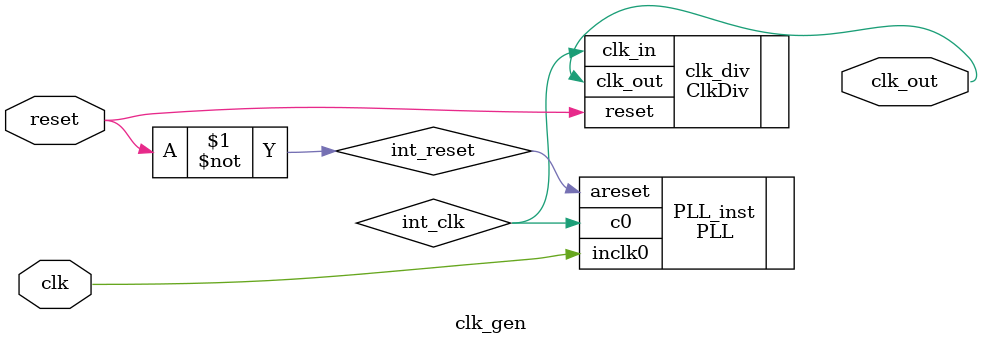
<source format=v>
/******************************************************************* 
* Name:
*	clk_gen.v
* Description:
* 	This module is a register with parameter.
*   -Modified to have enable signal. (01/09/18)
* Inputs:
*	clk: Clock signal 
*  reset: Reset signal
*	Data_Input: Data to register 
*	enable: Enable input
* Outputs:
* 	Data_Output: Data to provide lached data
* Versión:  
*	1.1
* Author: 
*	José Antonio Rodríguez Castañeda   md193781
* Date: 
*	V1.0       22/11/2018
* 
*********************************************************************/

 module clk_gen
 (
	// Input Ports
	input clk,
	input reset,

	output clk_out
);

wire int_clk;
wire int_reset;

assign int_reset = ~reset;

PLL	PLL_inst (
	.areset ( int_reset ),
	.inclk0 ( clk),
	.c0 ( int_clk )
	);

	

ClkDiv
#(
	.FREQUENCY(153_846),
	.REFERENCE_CLOCK (16_000_000),
	.NBITS(32)
) 
clk_div			   	//Multiplier shift register
(
	.clk_in(int_clk),
	.reset(reset),
	
	.clk_out(clk_out)

);

endmodule

</source>
